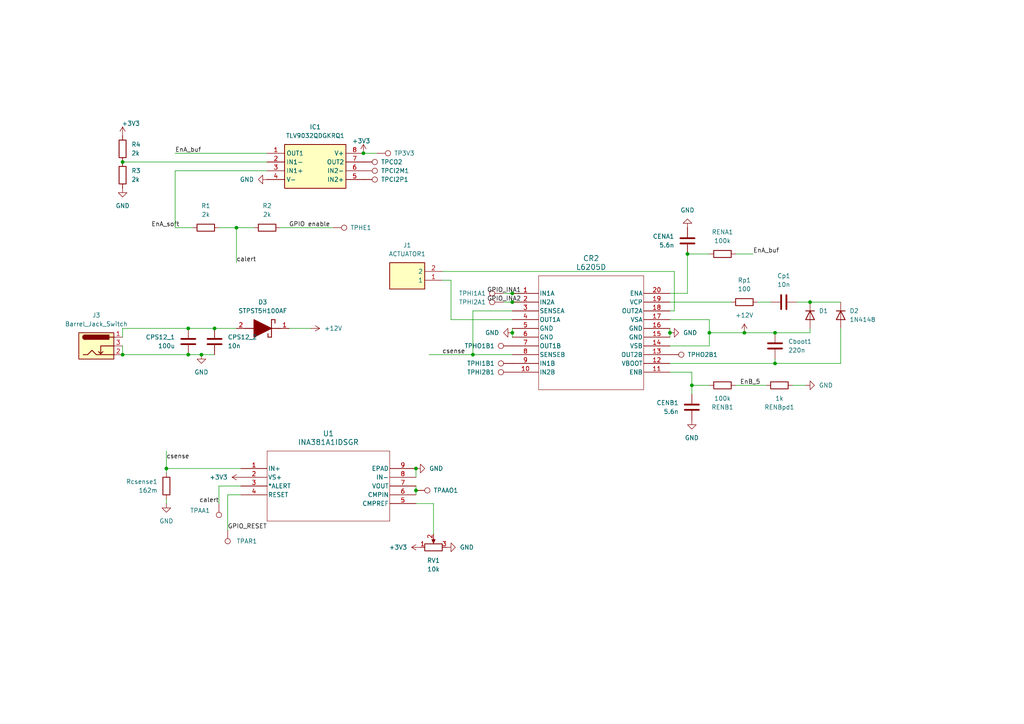
<source format=kicad_sch>
(kicad_sch (version 20231120) (generator "eeschema") (generator_version "8.0")
  (paper "A4")
  (lib_symbols
    (symbol "Connector:Barrel_Jack_Switch" (pin_names hide)
      (property "Reference" "J" (at 0 5.334 0))
      (property "Value" "Barrel_Jack_Switch" (at 0 -5.08 0))
      (symbol "Barrel_Jack_Switch_0_1"
        (rectangle (start -5.08 3.81) (end 5.08 -3.81) (stroke (width 0.254)) (fill (type background)))
        (arc (start -3.302 3.175) (mid -3.9343 2.54) (end -3.302 1.905) (stroke (width 0.254)))
        (arc (start -3.302 3.175) (mid -3.9343 2.54) (end -3.302 1.905) (stroke (width 0.254)) (fill (type outline)))
        (polyline (pts (xy 1.27 -2.286) (xy 1.905 -1.651)) (stroke (width 0.254)))
        (polyline (pts (xy 5.08 2.54) (xy 3.81 2.54)) (stroke (width 0.254)))
        (polyline (pts (xy 5.08 0) (xy 1.27 0) (xy 1.27 -2.286) (xy 0.635 -1.651)) (stroke (width 0.254)))
        (polyline (pts (xy -3.81 -2.54) (xy -2.54 -2.54) (xy -1.27 -1.27) (xy 0 -2.54) (xy 2.54 -2.54) (xy 5.08 -2.54)) (stroke (width 0.254)))
        (rectangle (start 3.683 3.175) (end -3.302 1.905) (stroke (width 0.254)) (fill (type outline)))
      )
      (symbol "Barrel_Jack_Switch_1_1"
        (pin passive line (at 7.62 2.54 180) (length 2.54) (name "~") (number "1"))
        (pin passive line (at 7.62 -2.54 180) (length 2.54) (name "~") (number "2"))
        (pin passive line (at 7.62 0 180) (length 2.54) (name "~") (number "3"))
      )
    )
    (symbol "Connector:TestPoint" (pin_numbers hide) (pin_names (offset 0.762) hide)
      (property "Reference" "TP" (at 0 6.858 0))
      (property "Value" "TestPoint" (at 0 5.08 0))
      (symbol "TestPoint_0_1"
        (circle (center 0 3.302) (radius 0.762))
      )
      (symbol "TestPoint_1_1"
        (pin passive line (at 0 0 90) (length 2.54) (name "1") (number "1"))
      )
    )
    (symbol "Device:C" (pin_numbers hide) (pin_names (offset 0.254))
      (property "Reference" "C" (at 0.635 2.54 0))
      (property "Value" "C" (at 0.635 -2.54 0))
      (symbol "C_0_1"
        (polyline (pts (xy -2.032 -0.762) (xy 2.032 -0.762)) (stroke (width 0.508)))
        (polyline (pts (xy -2.032 0.762) (xy 2.032 0.762)) (stroke (width 0.508)))
      )
      (symbol "C_1_1"
        (pin passive line (at 0 3.81 270) (length 2.794) (name "~") (number "1"))
        (pin passive line (at 0 -3.81 90) (length 2.794) (name "~") (number "2"))
      )
    )
    (symbol "Device:R" (pin_numbers hide) (pin_names (offset 0))
      (property "Reference" "R" (at 2.032 0 90))
      (property "Value" "R" (at 0 0 90))
      (symbol "R_0_1"
        (rectangle (start -1.016 -2.54) (end 1.016 2.54) (stroke (width 0.254)))
      )
      (symbol "R_1_1"
        (pin passive line (at 0 3.81 270) (length 1.27) (name "~") (number "1"))
        (pin passive line (at 0 -3.81 90) (length 1.27) (name "~") (number "2"))
      )
    )
    (symbol "Device:R_Potentiometer" (pin_names (offset 1.016) hide)
      (property "Reference" "RV" (at -4.445 0 90))
      (property "Value" "R_Potentiometer" (at -2.54 0 90))
      (symbol "R_Potentiometer_0_1"
        (polyline (pts (xy 2.54 0) (xy 1.524 0)))
        (polyline (pts (xy 1.143 0) (xy 2.286 0.508) (xy 2.286 -0.508) (xy 1.143 0)) (fill (type outline)))
        (rectangle (start 1.016 2.54) (end -1.016 -2.54) (stroke (width 0.254)))
      )
      (symbol "R_Potentiometer_1_1"
        (pin passive line (at 0 3.81 270) (length 1.27) (name "1") (number "1"))
        (pin passive line (at 3.81 0 180) (length 1.27) (name "2") (number "2"))
        (pin passive line (at 0 -3.81 90) (length 1.27) (name "3") (number "3"))
      )
    )
    (symbol "Diode:1N4148" (pin_numbers hide) (pin_names hide)
      (property "Reference" "D" (at 0 2.54 0))
      (property "Value" "1N4148" (at 0 -2.54 0))
      (symbol "1N4148_0_1"
        (polyline (pts (xy -1.27 1.27) (xy -1.27 -1.27)) (stroke (width 0.254)))
        (polyline (pts (xy 1.27 0) (xy -1.27 0)))
        (polyline (pts (xy 1.27 1.27) (xy 1.27 -1.27) (xy -1.27 0) (xy 1.27 1.27)) (stroke (width 0.254)))
      )
      (symbol "1N4148_1_1"
        (pin passive line (at -3.81 0 0) (length 2.54) (name "K") (number "1"))
        (pin passive line (at 3.81 0 180) (length 2.54) (name "A") (number "2"))
      )
    )
    (symbol "INA381A1IDSGR:INA381A1IDSGR" (pin_names (offset 0.254))
      (property "Reference" "U" (at 25.4 10.16 0))
      (property "Value" "INA381A1IDSGR" (at 25.4 7.62 0))
      (symbol "INA381A1IDSGR_1_1"
        (polyline (pts (xy 7.62 -15.24) (xy 43.18 -15.24)) (stroke (width 0.127)))
        (polyline (pts (xy 7.62 5.08) (xy 7.62 -15.24)) (stroke (width 0.127)))
        (polyline (pts (xy 43.18 -15.24) (xy 43.18 5.08)) (stroke (width 0.127)))
        (polyline (pts (xy 43.18 5.08) (xy 7.62 5.08)) (stroke (width 0.127)))
        (pin input line (at 0 0 0) (length 7.62) (name "IN+") (number "1"))
        (pin power_in line (at 0 -2.54 0) (length 7.62) (name "VS+") (number "2"))
        (pin output line (at 0 -5.08 0) (length 7.62) (name "*ALERT") (number "3"))
        (pin input line (at 0 -7.62 0) (length 7.62) (name "RESET") (number "4"))
        (pin input line (at 50.8 -10.16 180) (length 7.62) (name "CMPREF") (number "5"))
        (pin input line (at 50.8 -7.62 180) (length 7.62) (name "CMPIN") (number "6"))
        (pin output line (at 50.8 -5.08 180) (length 7.62) (name "VOUT") (number "7"))
        (pin input line (at 50.8 -2.54 180) (length 7.62) (name "IN-") (number "8"))
        (pin unspecified line (at 50.8 0 180) (length 7.62) (name "EPAD") (number "9"))
      )
    )
    (symbol "RE-H022TD-1190_LF__SN_:RE-H022TD-1190_LF__SN_"
      (property "Reference" "J" (at 16.51 7.62 0))
      (property "Value" "RE-H022TD-1190_LF__SN_" (at 16.51 5.08 0))
      (symbol "RE-H022TD-1190_LF__SN__1_1"
        (rectangle (start 5.08 2.54) (end 15.24 -5.08) (stroke (width 0.254)) (fill (type background)))
        (pin passive line (at 0 0 0) (length 5.08) (name "1") (number "1"))
        (pin passive line (at 0 -2.54 0) (length 5.08) (name "2") (number "2"))
      )
    )
    (symbol "STPST5H100AF:STPST5H100AF" (pin_names hide)
      (property "Reference" "D" (at 12.7 8.89 0))
      (property "Value" "STPST5H100AF" (at 12.7 6.35 0))
      (symbol "STPST5H100AF_1_1"
        (polyline (pts (xy 5.08 0) (xy 7.62 0)) (stroke (width 0.254)))
        (polyline (pts (xy 6.604 -1.524) (xy 6.604 -2.54)) (stroke (width 0.254)))
        (polyline (pts (xy 7.62 -2.54) (xy 6.604 -2.54)) (stroke (width 0.254)))
        (polyline (pts (xy 7.62 2.54) (xy 7.62 -2.54)) (stroke (width 0.254)))
        (polyline (pts (xy 7.62 2.54) (xy 8.636 2.54)) (stroke (width 0.254)))
        (polyline (pts (xy 8.636 1.524) (xy 8.636 2.54)) (stroke (width 0.254)))
        (polyline (pts (xy 12.7 0) (xy 15.24 0)) (stroke (width 0.254)))
        (polyline (pts (xy 7.62 0) (xy 12.7 2.54) (xy 12.7 -2.54) (xy 7.62 0)) (stroke (width 0.254)) (fill (type outline)))
        (pin passive line (at 2.54 0 0) (length 2.54) (name "K") (number "1"))
        (pin passive line (at 17.78 0 180) (length 2.54) (name "A") (number "2"))
      )
    )
    (symbol "ST_L6205D:L6205D" (pin_names (offset 0.254))
      (property "Reference" "CR" (at 22.86 10.16 0))
      (property "Value" "L6205D" (at 22.86 7.62 0))
      (symbol "L6205D_1_1"
        (polyline (pts (xy 7.62 -27.94) (xy 38.1 -27.94)) (stroke (width 0.127)))
        (polyline (pts (xy 7.62 5.08) (xy 7.62 -27.94)) (stroke (width 0.127)))
        (polyline (pts (xy 38.1 -27.94) (xy 38.1 5.08)) (stroke (width 0.127)))
        (polyline (pts (xy 38.1 5.08) (xy 7.62 5.08)) (stroke (width 0.127)))
        (pin input line (at 0 0 0) (length 7.62) (name "IN1A") (number "1"))
        (pin input line (at 0 -22.86 0) (length 7.62) (name "IN2B") (number "10"))
        (pin input line (at 45.72 -22.86 180) (length 7.62) (name "ENB") (number "11"))
        (pin power_in line (at 45.72 -20.32 180) (length 7.62) (name "VBOOT") (number "12"))
        (pin output line (at 45.72 -17.78 180) (length 7.62) (name "OUT2B") (number "13"))
        (pin power_in line (at 45.72 -15.24 180) (length 7.62) (name "VSB") (number "14"))
        (pin power_out line (at 45.72 -12.7 180) (length 7.62) (name "GND") (number "15"))
        (pin power_out line (at 45.72 -10.16 180) (length 7.62) (name "GND") (number "16"))
        (pin power_in line (at 45.72 -7.62 180) (length 7.62) (name "VSA") (number "17"))
        (pin output line (at 45.72 -5.08 180) (length 7.62) (name "OUT2A") (number "18"))
        (pin power_in line (at 45.72 -2.54 180) (length 7.62) (name "VCP") (number "19"))
        (pin input line (at 0 -2.54 0) (length 7.62) (name "IN2A") (number "2"))
        (pin input line (at 45.72 0 180) (length 7.62) (name "ENA") (number "20"))
        (pin power_in line (at 0 -5.08 0) (length 7.62) (name "SENSEA") (number "3"))
        (pin output line (at 0 -7.62 0) (length 7.62) (name "OUT1A") (number "4"))
        (pin power_out line (at 0 -10.16 0) (length 7.62) (name "GND") (number "5"))
        (pin power_out line (at 0 -12.7 0) (length 7.62) (name "GND") (number "6"))
        (pin output line (at 0 -15.24 0) (length 7.62) (name "OUT1B") (number "7"))
        (pin input line (at 0 -17.78 0) (length 7.62) (name "SENSEB") (number "8"))
        (pin input line (at 0 -20.32 0) (length 7.62) (name "IN1B") (number "9"))
      )
    )
    (symbol "TLV9032QDGKRQ1:TLV9032QDGKRQ1"
      (property "Reference" "IC" (at 24.13 7.62 0))
      (property "Value" "TLV9032QDGKRQ1" (at 24.13 5.08 0))
      (symbol "TLV9032QDGKRQ1_1_1"
        (rectangle (start 5.08 2.54) (end 22.86 -10.16) (stroke (width 0.254)) (fill (type background)))
        (pin passive line (at 0 0 0) (length 5.08) (name "OUT1") (number "1"))
        (pin passive line (at 0 -2.54 0) (length 5.08) (name "IN1-") (number "2"))
        (pin passive line (at 0 -5.08 0) (length 5.08) (name "IN1+") (number "3"))
        (pin passive line (at 0 -7.62 0) (length 5.08) (name "V-") (number "4"))
        (pin passive line (at 27.94 -7.62 180) (length 5.08) (name "IN2+") (number "5"))
        (pin passive line (at 27.94 -5.08 180) (length 5.08) (name "IN2-") (number "6"))
        (pin passive line (at 27.94 -2.54 180) (length 5.08) (name "OUT2") (number "7"))
        (pin passive line (at 27.94 0 180) (length 5.08) (name "V+") (number "8"))
      )
    )
    (symbol "power:+12V" (power) (pin_numbers hide) (pin_names (offset 0) hide)
      (property "Value" "+12V" (at 0 3.556 0))
      (symbol "+12V_0_1"
        (polyline (pts (xy -0.762 1.27) (xy 0 2.54)))
        (polyline (pts (xy 0 0) (xy 0 2.54)))
        (polyline (pts (xy 0 2.54) (xy 0.762 1.27)))
      )
      (symbol "+12V_1_1"
        (pin power_in line (at 0 0 90) (length 0) (name "~") (number "1"))
      )
    )
    (symbol "power:+3V3" (power) (pin_numbers hide) (pin_names (offset 0) hide)
      (property "Value" "+3V3" (at 0 3.556 0))
      (symbol "+3V3_0_1"
        (polyline (pts (xy -0.762 1.27) (xy 0 2.54)))
        (polyline (pts (xy 0 0) (xy 0 2.54)))
        (polyline (pts (xy 0 2.54) (xy 0.762 1.27)))
      )
      (symbol "+3V3_1_1"
        (pin power_in line (at 0 0 90) (length 0) (name "~") (number "1"))
      )
    )
    (symbol "power:GND" (power) (pin_numbers hide) (pin_names (offset 0) hide)
      (property "Value" "GND" (at 0 -3.81 0))
      (symbol "GND_0_1"
        (polyline (pts (xy 0 0) (xy 0 -1.27) (xy 1.27 -1.27) (xy 0 -2.54) (xy -1.27 -1.27) (xy 0 -1.27)))
      )
      (symbol "GND_1_1"
        (pin power_in line (at 0 0 270) (length 0) (name "~") (number "1"))
      )
    )
  )
  (junction (at 137.16 102.87))
  (junction (at 200.66 111.76))
  (junction (at 148.59 85.09))
  (junction (at 48.26 135.89))
  (junction (at 224.79 105.41))
  (junction (at 120.65 142.24))
  (junction (at 54.61 102.87))
  (junction (at 205.74 96.52))
  (junction (at 120.65 135.89))
  (junction (at 35.56 46.99))
  (junction (at 199.39 73.66))
  (junction (at 54.61 95.25))
  (junction (at 62.23 95.25))
  (junction (at 215.9 96.52))
  (junction (at 68.58 66.04))
  (junction (at 148.59 96.52))
  (junction (at 58.42 102.87))
  (junction (at 105.41 44.45))
  (junction (at 148.59 87.63))
  (junction (at 35.56 102.87))
  (junction (at 224.79 96.52))
  (junction (at 194.31 96.52))
  (junction (at 234.95 87.63))
  (wire (pts (xy 199.39 85.09) (xy 199.39 73.66)))
  (wire (pts (xy 151.13 85.09) (xy 148.59 85.09)))
  (wire (pts (xy 200.66 107.95) (xy 200.66 111.76)))
  (wire (pts (xy 199.39 73.66) (xy 205.74 73.66)))
  (wire (pts (xy 124.46 102.87) (xy 137.16 102.87)))
  (wire (pts (xy 130.81 92.71) (xy 130.81 81.28)))
  (wire (pts (xy 68.58 66.04) (xy 73.66 66.04)))
  (wire (pts (xy 148.59 102.87) (xy 137.16 102.87)))
  (wire (pts (xy 224.79 96.52) (xy 234.95 96.52)))
  (wire (pts (xy 120.65 140.97) (xy 120.65 142.24)))
  (wire (pts (xy 35.56 46.99) (xy 77.47 46.99)))
  (wire (pts (xy 224.79 105.41) (xy 224.79 104.14)))
  (wire (pts (xy 213.36 73.66) (xy 218.44 73.66)))
  (wire (pts (xy 35.56 95.25) (xy 54.61 95.25)))
  (wire (pts (xy 68.58 66.04) (xy 68.58 76.2)))
  (wire (pts (xy 195.58 90.17) (xy 194.31 90.17)))
  (wire (pts (xy 120.65 146.05) (xy 125.73 146.05)))
  (wire (pts (xy 50.8 66.04) (xy 55.88 66.04)))
  (wire (pts (xy 194.31 107.95) (xy 200.66 107.95)))
  (wire (pts (xy 130.81 81.28) (xy 128.27 81.28)))
  (wire (pts (xy 213.36 111.76) (xy 222.25 111.76)))
  (wire (pts (xy 194.31 85.09) (xy 199.39 85.09)))
  (wire (pts (xy 215.9 96.52) (xy 224.79 96.52)))
  (wire (pts (xy 243.84 95.25) (xy 243.84 105.41)))
  (wire (pts (xy 120.65 142.24) (xy 120.65 143.51)))
  (wire (pts (xy 48.26 135.89) (xy 69.85 135.89)))
  (wire (pts (xy 35.56 102.87) (xy 54.61 102.87)))
  (wire (pts (xy 195.58 78.74) (xy 195.58 90.17)))
  (wire (pts (xy 83.82 95.25) (xy 90.17 95.25)))
  (wire (pts (xy 58.42 102.87) (xy 62.23 102.87)))
  (wire (pts (xy 128.27 78.74) (xy 195.58 78.74)))
  (wire (pts (xy 148.59 87.63) (xy 146.05 87.63)))
  (wire (pts (xy 148.59 95.25) (xy 148.59 96.52)))
  (wire (pts (xy 200.66 114.3) (xy 200.66 111.76)))
  (wire (pts (xy 54.61 95.25) (xy 62.23 95.25)))
  (wire (pts (xy 105.41 44.45) (xy 109.22 44.45)))
  (wire (pts (xy 120.65 135.89) (xy 120.65 138.43)))
  (wire (pts (xy 229.87 111.76) (xy 233.68 111.76)))
  (wire (pts (xy 63.5 66.04) (xy 68.58 66.04)))
  (wire (pts (xy 81.28 66.04) (xy 96.52 66.04)))
  (wire (pts (xy 219.71 87.63) (xy 223.52 87.63)))
  (wire (pts (xy 130.81 92.71) (xy 148.59 92.71)))
  (wire (pts (xy 205.74 96.52) (xy 215.9 96.52)))
  (wire (pts (xy 48.26 135.89) (xy 48.26 137.16)))
  (wire (pts (xy 200.66 111.76) (xy 205.74 111.76)))
  (wire (pts (xy 194.31 95.25) (xy 194.31 96.52)))
  (wire (pts (xy 205.74 96.52) (xy 205.74 100.33)))
  (wire (pts (xy 62.23 95.25) (xy 68.58 95.25)))
  (wire (pts (xy 224.79 105.41) (xy 243.84 105.41)))
  (wire (pts (xy 148.59 96.52) (xy 148.59 97.79)))
  (wire (pts (xy 66.04 143.51) (xy 69.85 143.51)))
  (wire (pts (xy 151.13 87.63) (xy 148.59 87.63)))
  (wire (pts (xy 125.73 146.05) (xy 125.73 154.94)))
  (wire (pts (xy 205.74 92.71) (xy 205.74 96.52)))
  (wire (pts (xy 35.56 100.33) (xy 35.56 102.87)))
  (wire (pts (xy 35.56 97.79) (xy 35.56 95.25)))
  (wire (pts (xy 234.95 87.63) (xy 243.84 87.63)))
  (wire (pts (xy 234.95 95.25) (xy 234.95 96.52)))
  (wire (pts (xy 137.16 90.17) (xy 137.16 102.87)))
  (wire (pts (xy 50.8 44.45) (xy 77.47 44.45)))
  (wire (pts (xy 194.31 100.33) (xy 205.74 100.33)))
  (wire (pts (xy 194.31 87.63) (xy 212.09 87.63)))
  (wire (pts (xy 69.85 140.97) (xy 63.5 140.97)))
  (wire (pts (xy 66.04 143.51) (xy 66.04 153.67)))
  (wire (pts (xy 63.5 140.97) (xy 63.5 146.05)))
  (wire (pts (xy 194.31 105.41) (xy 224.79 105.41)))
  (wire (pts (xy 50.8 66.04) (xy 50.8 49.53)))
  (wire (pts (xy 48.26 146.05) (xy 48.26 144.78)))
  (wire (pts (xy 231.14 87.63) (xy 234.95 87.63)))
  (wire (pts (xy 137.16 90.17) (xy 148.59 90.17)))
  (wire (pts (xy 50.8 49.53) (xy 77.47 49.53)))
  (wire (pts (xy 54.61 102.87) (xy 58.42 102.87)))
  (wire (pts (xy 48.26 130.81) (xy 48.26 135.89)))
  (wire (pts (xy 194.31 96.52) (xy 194.31 97.79)))
  (wire (pts (xy 148.59 85.09) (xy 146.05 85.09)))
  (wire (pts (xy 194.31 92.71) (xy 205.74 92.71)))
  (label "GPIO_INA2" (at 151.13 87.63 180))
  (label "csense" (at 128.27 102.87 0))
  (label "calert" (at 68.58 76.2 0))
  (label "GPIO_INA1" (at 151.13 85.09 180))
  (label "calert" (at 63.5 146.05 180))
  (label "EnA_buf" (at 50.8 44.45 0))
  (label "EnB_5" (at 214.63 111.76 0))
  (label "EnA_soft" (at 52.07 66.04 180))
  (label "GPIO enable" (at 83.82 66.04 0))
  (label "csense" (at 48.26 133.35 0))
  (label "GPIO_RESET" (at 66.04 153.67 0))
  (label "EnA_buf" (at 218.44 73.66 0))
  (symbol (lib_id "RE-H022TD-1190_LF__SN_:RE-H022TD-1190_LF__SN_") (at 128.27 81.28 180) (unit 1)
    (property "Reference" "J1" (at 118.11 71.12 0))
    (property "Value" "ACTUATOR1" (at 118.11 73.66 0))
    (property "Footprint" "RE-H022TD-1190_LF__SN_:REH022TD1190LFSN" (effects (hide yes)))
    (property "Datasheet" "http://www.jst.fr/core/file.get?path=doc/jst/family/pdf/eRE.pdf" (effects (hide yes)))
    (property "Description" "Wire-to-board connector, 2 position" (effects (hide yes)))
    (property "Height" "8.54" (effects (hide yes)))
    (property "Arrow Part Number" "RE-H022TD-1190(LF)(SN)" (effects (hide yes)))
    (property "Manufacturer_Name" "JST (JAPAN SOLDERLESS TERMINALS)" (effects (hide yes)))
    (property "Manufacturer_Part_Number" "RE-H022TD-1190(LF)(SN)" (effects (hide yes)))
  )
  (symbol (lib_id "power:GND") (at 129.54 158.75 90) (unit 1)
    (property "Reference" "#PWR014" (effects (hide yes)))
    (property "Value" "GND" (at 133.35 158.7499 90) (effects (justify right)))
    (property "Description" "Power symbol creates a global label with name \"GND\" , ground" (effects (hide yes)))
  )
  (symbol (lib_id "power:GND") (at 199.39 66.04 0) (mirror x) (unit 1)
    (property "Reference" "#PWR02" (effects (hide yes)))
    (property "Value" "GND" (at 199.39 60.96 0))
    (property "Description" "Power symbol creates a global label with name \"GND\" , ground" (effects (hide yes)))
  )
  (symbol (lib_id "Connector:TestPoint") (at 148.59 100.33 90) (unit 1)
    (property "Reference" "TPHO1B1" (at 143.51 100.33 90) (effects (justify left)))
    (property "Value" "TestPoint" (effects (hide yes)))
    (property "Footprint" "TestPoint:TestPoint_Pad_D2.0mm" (effects (hide yes)))
    (property "Description" "test point" (effects (hide yes)))
  )
  (symbol (lib_id "power:+3V3") (at 35.56 39.37 0) (unit 1)
    (property "Reference" "#PWR012" (effects (hide yes)))
    (property "Value" "+3V3" (at 35.306 35.814 0) (effects (justify left)))
    (property "Description" "Power symbol creates a global label with name \"+3V3\"" (effects (hide yes)))
  )
  (symbol (lib_id "TLV9032QDGKRQ1:TLV9032QDGKRQ1") (at 77.47 44.45 0) (unit 1)
    (property "Reference" "IC1" (at 91.44 36.83 0))
    (property "Value" "TLV9032QDGKRQ1" (at 91.44 39.37 0))
    (property "Footprint" "SOP65P490X110-8N" (effects (hide yes)))
    (property "Datasheet" "https://www.arrow.com/en/products/tlv9032qdgkrq1/texas-instruments?region=nac" (effects (hide yes)))
    (property "Description" "Analog Comparators Automotive, 1.65-V to 5.5-V, precision dual push-pull comparator" (effects (hide yes)))
    (property "Height" "1.1" (effects (hide yes)))
    (property "Mouser Part Number" "595-TLV9032QDGKRQ1" (effects (hide yes)))
    (property "Mouser Price/Stock" "https://www.mouser.co.uk/ProductDetail/Texas-Instruments/TLV9032QDGKRQ1?qs=Li%252BoUPsLEnv405jiJAavyg%3D%3D" (effects (hide yes)))
    (property "Manufacturer_Name" "Texas Instruments" (effects (hide yes)))
    (property "Manufacturer_Part_Number" "TLV9032QDGKRQ1" (effects (hide yes)))
  )
  (symbol (lib_id "Device:C") (at 227.33 87.63 90) (unit 1)
    (property "Reference" "Cp1" (at 227.33 80.01 90))
    (property "Value" "10n" (at 227.33 82.55 90))
    (property "Footprint" "Capacitor_SMD:C_0603_1608Metric_Pad1.08x0.95mm_HandSolder" (effects (hide yes)))
    (property "Description" "Unpolarized capacitor" (effects (hide yes)))
  )
  (symbol (lib_id "Diode:1N4148") (at 243.84 91.44 270) (unit 1)
    (property "Reference" "D2" (at 246.38 90.1699 90) (effects (justify left)))
    (property "Value" "1N4148" (at 246.38 92.7099 90) (effects (justify left)))
    (property "Footprint" "Diode_THT:D_DO-35_SOD27_P7.62mm_Horizontal" (effects (hide yes)))
    (property "Datasheet" "https://assets.nexperia.com/documents/data-sheet/1N4148_1N4448.pdf" (effects (hide yes)))
    (property "Description" "100V 0.15A standard switching diode, DO-35" (effects (hide yes)))
    (property "Sim.Device" "D" (effects (hide yes)))
    (property "Sim.Pins" "1=K 2=A" (effects (hide yes)))
  )
  (symbol (lib_id "Device:R") (at 35.56 50.8 180) (unit 1)
    (property "Reference" "R3" (at 38.1 49.5299 0) (effects (justify right)))
    (property "Value" "2k" (at 38.1 52.0699 0) (effects (justify right)))
    (property "Footprint" "Resistor_THT:R_Axial_DIN0207_L6.3mm_D2.5mm_P7.62mm_Horizontal" (effects (hide yes)))
    (property "Description" "Resistor" (effects (hide yes)))
  )
  (symbol (lib_id "Connector:Barrel_Jack_Switch") (at 27.94 100.33 0) (unit 1)
    (property "Reference" "J3" (at 27.94 91.44 0))
    (property "Value" "Barrel_Jack_Switch" (at 27.94 93.98 0))
    (property "Footprint" "PJ-079BH:CUI_PJ-079BH" (effects (hide yes)))
    (property "Description" "DC Barrel Jack with an internal switch" (effects (hide yes)))
  )
  (symbol (lib_id "power:GND") (at 58.42 102.87 0) (unit 1)
    (property "Reference" "#PWR016" (effects (hide yes)))
    (property "Value" "GND" (at 58.42 107.95 0))
    (property "Description" "Power symbol creates a global label with name \"GND\" , ground" (effects (hide yes)))
  )
  (symbol (lib_id "Device:R") (at 59.69 66.04 90) (unit 1)
    (property "Reference" "R1" (at 59.69 59.69 90))
    (property "Value" "2k" (at 59.69 62.23 90))
    (property "Footprint" "Resistor_THT:R_Axial_DIN0207_L6.3mm_D2.5mm_P7.62mm_Horizontal" (effects (hide yes)))
    (property "Description" "Resistor" (effects (hide yes)))
  )
  (symbol (lib_id "power:+12V") (at 215.9 96.52 0) (unit 1)
    (property "Reference" "#PWR04" (effects (hide yes)))
    (property "Value" "+12V" (at 215.9 91.44 0))
    (property "Description" "Power symbol creates a global label with name \"+12V\"" (effects (hide yes)))
  )
  (symbol (lib_id "power:GND") (at 148.59 96.52 270) (unit 1)
    (property "Reference" "#PWR06" (effects (hide yes)))
    (property "Value" "GND" (at 144.78 96.5199 90) (effects (justify right)))
    (property "Description" "Power symbol creates a global label with name \"GND\" , ground" (effects (hide yes)))
  )
  (symbol (lib_id "power:GND") (at 194.31 96.52 90) (unit 1)
    (property "Reference" "#PWR07" (effects (hide yes)))
    (property "Value" "GND" (at 198.12 96.5199 90) (effects (justify right)))
    (property "Description" "Power symbol creates a global label with name \"GND\" , ground" (effects (hide yes)))
  )
  (symbol (lib_id "Device:R") (at 209.55 111.76 90) (mirror x) (unit 1)
    (property "Reference" "RENB1" (at 209.55 118.11 90))
    (property "Value" "100k" (at 209.55 115.57 90))
    (property "Footprint" "Resistor_SMD:R_1206_3216Metric_Pad1.30x1.75mm_HandSolder" (effects (hide yes)))
    (property "Description" "Resistor" (effects (hide yes)))
  )
  (symbol (lib_id "Connector:TestPoint") (at 63.5 146.05 0) (mirror x) (unit 1)
    (property "Reference" "TPAA1" (at 60.96 148.0819 0) (effects (justify right)))
    (property "Value" "TestPoint" (effects (hide yes)))
    (property "Footprint" "TestPoint:TestPoint_Pad_D2.0mm" (effects (hide yes)))
    (property "Description" "test point" (effects (hide yes)))
  )
  (symbol (lib_id "Device:C") (at 62.23 99.06 0) (unit 1)
    (property "Reference" "CPS12_2" (at 66.04 97.7899 0) (effects (justify left)))
    (property "Value" "10n" (at 66.04 100.3299 0) (effects (justify left)))
    (property "Footprint" "Capacitor_SMD:C_1206_3216Metric_Pad1.33x1.80mm_HandSolder" (effects (hide yes)))
    (property "Description" "Unpolarized capacitor" (effects (hide yes)))
  )
  (symbol (lib_id "Connector:TestPoint") (at 146.05 87.63 90) (mirror x) (unit 1)
    (property "Reference" "TPHI2A1" (at 140.97 87.63 90) (effects (justify left)))
    (property "Value" "TestPoint" (effects (hide yes)))
    (property "Footprint" "TestPoint:TestPoint_Pad_D2.0mm" (effects (hide yes)))
    (property "Description" "test point" (effects (hide yes)))
  )
  (symbol (lib_id "power:GND") (at 77.47 52.07 270) (unit 1)
    (property "Reference" "#PWR018" (effects (hide yes)))
    (property "Value" "GND" (at 73.66 52.0699 90) (effects (justify right)))
    (property "Description" "Power symbol creates a global label with name \"GND\" , ground" (effects (hide yes)))
  )
  (symbol (lib_id "Device:C") (at 54.61 99.06 0) (mirror y) (unit 1)
    (property "Reference" "CPS12_1" (at 50.8 97.7899 0) (effects (justify left)))
    (property "Value" "100u" (at 50.8 100.3299 0) (effects (justify left)))
    (property "Footprint" "Capacitor_SMD:CP_Elec_8x10" (effects (hide yes)))
    (property "Description" "Unpolarized capacitor" (effects (hide yes)))
  )
  (symbol (lib_id "power:+3V3") (at 121.92 158.75 90) (unit 1)
    (property "Reference" "#PWR015" (effects (hide yes)))
    (property "Value" "+3V3" (at 118.11 158.7499 90) (effects (justify left)))
    (property "Description" "Power symbol creates a global label with name \"+3V3\"" (effects (hide yes)))
  )
  (symbol (lib_id "power:+3V3") (at 105.41 44.45 0) (unit 1)
    (property "Reference" "#PWR03" (effects (hide yes)))
    (property "Value" "+3V3" (at 102.108 40.894 0) (effects (justify left)))
    (property "Description" "Power symbol creates a global label with name \"+3V3\"" (effects (hide yes)))
  )
  (symbol (lib_id "Device:R") (at 215.9 87.63 270) (unit 1)
    (property "Reference" "Rp1" (at 215.9 81.28 90))
    (property "Value" "100" (at 215.9 83.82 90))
    (property "Footprint" "Resistor_SMD:R_2010_5025Metric_Pad1.40x2.65mm_HandSolder" (effects (hide yes)))
    (property "Description" "Resistor" (effects (hide yes)))
  )
  (symbol (lib_id "Device:R") (at 48.26 140.97 0) (mirror y) (unit 1)
    (property "Reference" "Rcsense1" (at 45.72 139.6999 0) (effects (justify left)))
    (property "Value" "162m" (at 45.72 142.2399 0) (effects (justify left)))
    (property "Footprint" "Resistor_SMD:R_1210_3225Metric_Pad1.30x2.65mm_HandSolder" (effects (hide yes)))
    (property "Description" "Resistor" (effects (hide yes)))
  )
  (symbol (lib_id "Connector:TestPoint") (at 66.04 153.67 180) (unit 1)
    (property "Reference" "TPAR1" (at 68.58 156.9719 0) (effects (justify right)))
    (property "Value" "TestPoint" (effects (hide yes)))
    (property "Footprint" "TestPoint:TestPoint_Pad_D2.0mm" (effects (hide yes)))
    (property "Description" "test point" (effects (hide yes)))
  )
  (symbol (lib_id "power:+12V") (at 90.17 95.25 270) (unit 1)
    (property "Reference" "#PWR01" (effects (hide yes)))
    (property "Value" "+12V" (at 93.98 95.2499 90) (effects (justify left)))
    (property "Description" "Power symbol creates a global label with name \"+12V\"" (effects (hide yes)))
  )
  (symbol (lib_id "STPST5H100AF:STPST5H100AF") (at 86.36 95.25 180) (unit 1)
    (property "Reference" "D3" (at 76.2 87.63 0))
    (property "Value" "STPST5H100AF" (at 76.2 90.17 0))
    (property "Footprint" "STPST5H100AF:SODFL4724X103N" (effects (hide yes)))
    (property "Datasheet" "https://www.st.com/resource/en/datasheet/stpst5h100.pdf" (effects (hide yes)))
    (property "Description" "100 V, 5 A Power Schottky Trench Rectifier" (effects (hide yes)))
    (property "Height" "1.03" (effects (hide yes)))
    (property "Manufacturer_Name" "STMicroelectronics" (effects (hide yes)))
    (property "Manufacturer_Part_Number" "STPST5H100AF" (effects (hide yes)))
  )
  (symbol (lib_id "Connector:TestPoint") (at 146.05 85.09 90) (unit 1)
    (property "Reference" "TPHI1A1" (at 140.97 85.09 90) (effects (justify left)))
    (property "Value" "TestPoint" (effects (hide yes)))
    (property "Footprint" "TestPoint:TestPoint_Pad_D2.0mm" (effects (hide yes)))
    (property "Description" "test point" (effects (hide yes)))
  )
  (symbol (lib_id "Connector:TestPoint") (at 194.31 102.87 270) (unit 1)
    (property "Reference" "TPHO2B1" (at 199.39 102.87 90) (effects (justify left)))
    (property "Value" "TestPoint" (effects (hide yes)))
    (property "Footprint" "TestPoint:TestPoint_Pad_D2.0mm" (effects (hide yes)))
    (property "Description" "test point" (effects (hide yes)))
  )
  (symbol (lib_id "Connector:TestPoint") (at 105.41 52.07 270) (unit 1)
    (property "Reference" "TPCI2P1" (at 110.49 52.07 90) (effects (justify left)))
    (property "Value" "TestPoint" (effects (hide yes)))
    (property "Footprint" "TestPoint:TestPoint_Pad_D2.0mm" (effects (hide yes)))
    (property "Description" "test point" (effects (hide yes)))
  )
  (symbol (lib_id "power:GND") (at 200.66 121.92 0) (unit 1)
    (property "Reference" "#PWR08" (effects (hide yes)))
    (property "Value" "GND" (at 200.66 127 0))
    (property "Description" "Power symbol creates a global label with name \"GND\" , ground" (effects (hide yes)))
  )
  (symbol (lib_id "Connector:TestPoint") (at 96.52 66.04 270) (unit 1)
    (property "Reference" "TPHE1" (at 101.6 66.04 90) (effects (justify left)))
    (property "Value" "TestPoint" (effects (hide yes)))
    (property "Footprint" "TestPoint:TestPoint_Pad_D2.0mm" (effects (hide yes)))
    (property "Description" "test point" (effects (hide yes)))
  )
  (symbol (lib_id "Connector:TestPoint") (at 109.22 44.45 270) (unit 1)
    (property "Reference" "TP3V3" (at 114.3 44.45 90) (effects (justify left)))
    (property "Value" "TestPoint" (effects (hide yes)))
    (property "Footprint" "TestPoint:TestPoint_Pad_D2.0mm" (effects (hide yes)))
    (property "Description" "test point" (effects (hide yes)))
  )
  (symbol (lib_id "Device:R") (at 226.06 111.76 90) (mirror x) (unit 1)
    (property "Reference" "RENBpd1" (at 226.06 118.11 90))
    (property "Value" "1k" (at 226.06 115.57 90))
    (property "Footprint" "Resistor_THT:R_Axial_DIN0207_L6.3mm_D2.5mm_P7.62mm_Horizontal" (effects (hide yes)))
    (property "Description" "Resistor" (effects (hide yes)))
  )
  (symbol (lib_id "power:GND") (at 233.68 111.76 90) (unit 1)
    (property "Reference" "#PWR09" (effects (hide yes)))
    (property "Value" "GND" (at 237.49 111.7599 90) (effects (justify right)))
    (property "Description" "Power symbol creates a global label with name \"GND\" , ground" (effects (hide yes)))
  )
  (symbol (lib_id "power:+3V3") (at 69.85 138.43 90) (unit 1)
    (property "Reference" "#PWR013" (effects (hide yes)))
    (property "Value" "+3V3" (at 66.04 138.4299 90) (effects (justify left)))
    (property "Description" "Power symbol creates a global label with name \"+3V3\"" (effects (hide yes)))
  )
  (symbol (lib_id "Connector:TestPoint") (at 105.41 49.53 270) (unit 1)
    (property "Reference" "TPCI2M1" (at 110.49 49.53 90) (effects (justify left)))
    (property "Value" "TestPoint" (effects (hide yes)))
    (property "Footprint" "TestPoint:TestPoint_Pad_D2.0mm" (effects (hide yes)))
    (property "Description" "test point" (effects (hide yes)))
  )
  (symbol (lib_id "ST_L6205D:L6205D") (at 148.59 85.09 0) (unit 1)
    (property "Reference" "CR2" (at 171.45 74.93 0) (effects (font (size 1.524 1.524))))
    (property "Value" "L6205D" (at 171.45 77.47 0) (effects (font (size 1.524 1.524))))
    (property "Footprint" "L6205D:SO-20_STM" (effects (hide yes)))
    (property "Datasheet" "L6205D" (effects (hide yes)))
  )
  (symbol (lib_id "Device:C") (at 224.79 100.33 0) (unit 1)
    (property "Reference" "Cboot1" (at 228.6 99.0599 0) (effects (justify left)))
    (property "Value" "220n" (at 228.6 101.5999 0) (effects (justify left)))
    (property "Footprint" "Capacitor_SMD:C_0805_2012Metric_Pad1.18x1.45mm_HandSolder" (effects (hide yes)))
    (property "Description" "Unpolarized capacitor" (effects (hide yes)))
  )
  (symbol (lib_id "Diode:1N4148") (at 234.95 91.44 270) (unit 1)
    (property "Reference" "D1" (at 237.49 90.1699 90) (effects (justify left)))
    (property "Value" "1N4148" (effects (hide yes)))
    (property "Footprint" "Diode_THT:D_DO-35_SOD27_P7.62mm_Horizontal" (effects (hide yes)))
    (property "Datasheet" "https://assets.nexperia.com/documents/data-sheet/1N4148_1N4448.pdf" (effects (hide yes)))
    (property "Description" "100V 0.15A standard switching diode, DO-35" (effects (hide yes)))
    (property "Sim.Device" "D" (effects (hide yes)))
    (property "Sim.Pins" "1=K 2=A" (effects (hide yes)))
  )
  (symbol (lib_id "power:GND") (at 35.56 54.61 0) (unit 1)
    (property "Reference" "#PWR05" (effects (hide yes)))
    (property "Value" "GND" (at 35.56 59.69 0))
    (property "Description" "Power symbol creates a global label with name \"GND\" , ground" (effects (hide yes)))
  )
  (symbol (lib_id "Device:R") (at 209.55 73.66 90) (unit 1)
    (property "Reference" "RENA1" (at 209.55 67.31 90))
    (property "Value" "100k" (at 209.55 69.85 90))
    (property "Footprint" "Resistor_SMD:R_1206_3216Metric_Pad1.30x1.75mm_HandSolder" (effects (hide yes)))
    (property "Description" "Resistor" (effects (hide yes)))
  )
  (symbol (lib_id "Connector:TestPoint") (at 120.65 142.24 270) (unit 1)
    (property "Reference" "TPAAO1" (at 125.73 142.2399 90) (effects (justify left)))
    (property "Value" "TestPoint" (effects (hide yes)))
    (property "Footprint" "TestPoint:TestPoint_Pad_D2.0mm" (effects (hide yes)))
    (property "Description" "test point" (effects (hide yes)))
  )
  (symbol (lib_id "Connector:TestPoint") (at 148.59 105.41 90) (unit 1)
    (property "Reference" "TPHI1B1" (at 143.51 105.41 90) (effects (justify left)))
    (property "Value" "TestPoint" (effects (hide yes)))
    (property "Footprint" "TestPoint:TestPoint_Pad_D2.0mm" (effects (hide yes)))
    (property "Description" "test point" (effects (hide yes)))
  )
  (symbol (lib_id "Device:R_Potentiometer") (at 125.73 158.75 90) (unit 1)
    (property "Reference" "RV1" (at 125.73 162.56 90))
    (property "Value" "10k" (at 125.73 165.1 90))
    (property "Footprint" "CTSpotentiometer:CTSpot" (effects (hide yes)))
    (property "Description" "Potentiometer" (effects (hide yes)))
  )
  (symbol (lib_id "Device:R") (at 35.56 43.18 180) (unit 1)
    (property "Reference" "R4" (at 38.1 41.9099 0) (effects (justify right)))
    (property "Value" "2k" (at 38.1 44.4499 0) (effects (justify right)))
    (property "Footprint" "Resistor_THT:R_Axial_DIN0207_L6.3mm_D2.5mm_P7.62mm_Horizontal" (effects (hide yes)))
    (property "Description" "Resistor" (effects (hide yes)))
  )
  (symbol (lib_id "Device:C") (at 199.39 69.85 0) (mirror y) (unit 1)
    (property "Reference" "CENA1" (at 195.58 68.5799 0) (effects (justify left)))
    (property "Value" "5.6n" (at 195.58 71.1199 0) (effects (justify left)))
    (property "Footprint" "Capacitor_SMD:C_1206_3216Metric_Pad1.33x1.80mm_HandSolder" (effects (hide yes)))
    (property "Description" "Unpolarized capacitor" (effects (hide yes)))
  )
  (symbol (lib_id "Connector:TestPoint") (at 148.59 107.95 90) (unit 1)
    (property "Reference" "TPHI2B1" (at 143.51 107.95 90) (effects (justify left)))
    (property "Value" "TestPoint" (effects (hide yes)))
    (property "Footprint" "TestPoint:TestPoint_Pad_D2.0mm" (effects (hide yes)))
    (property "Description" "test point" (effects (hide yes)))
  )
  (symbol (lib_id "Connector:TestPoint") (at 105.41 46.99 270) (unit 1)
    (property "Reference" "TPCO2" (at 110.49 46.99 90) (effects (justify left)))
    (property "Value" "TestPoint" (effects (hide yes)))
    (property "Footprint" "TestPoint:TestPoint_Pad_D2.0mm" (effects (hide yes)))
    (property "Description" "test point" (effects (hide yes)))
  )
  (symbol (lib_id "INA381A1IDSGR:INA381A1IDSGR") (at 69.85 135.89 0) (unit 1)
    (property "Reference" "U1" (at 95.25 125.73 0) (effects (font (size 1.524 1.524))))
    (property "Value" "INA381A1IDSGR" (at 95.25 128.27 0) (effects (font (size 1.524 1.524))))
    (property "Footprint" "INA381A1IDSGR:DSG_8_TEX" (effects (hide yes)))
    (property "Datasheet" "INA381A1IDSGR" (effects (hide yes)))
  )
  (symbol (lib_id "power:GND") (at 48.26 146.05 0) (unit 1)
    (property "Reference" "#PWR010" (effects (hide yes)))
    (property "Value" "GND" (at 48.26 151.13 0))
    (property "Description" "Power symbol creates a global label with name \"GND\" , ground" (effects (hide yes)))
  )
  (symbol (lib_id "power:GND") (at 120.65 135.89 90) (unit 1)
    (property "Reference" "#PWR011" (effects (hide yes)))
    (property "Value" "GND" (at 124.46 135.8899 90) (effects (justify right)))
    (property "Description" "Power symbol creates a global label with name \"GND\" , ground" (effects (hide yes)))
  )
  (symbol (lib_id "Device:C") (at 200.66 118.11 0) (mirror y) (unit 1)
    (property "Reference" "CENB1" (at 196.85 116.8399 0) (effects (justify left)))
    (property "Value" "5.6n" (at 196.85 119.3799 0) (effects (justify left)))
    (property "Footprint" "Capacitor_SMD:C_1206_3216Metric_Pad1.33x1.80mm_HandSolder" (effects (hide yes)))
    (property "Description" "Unpolarized capacitor" (effects (hide yes)))
  )
  (symbol (lib_id "Device:R") (at 77.47 66.04 90) (unit 1)
    (property "Reference" "R2" (at 77.47 59.69 90))
    (property "Value" "2k" (at 77.47 62.23 90))
    (property "Footprint" "Resistor_THT:R_Axial_DIN0207_L6.3mm_D2.5mm_P7.62mm_Horizontal" (effects (hide yes)))
    (property "Description" "Resistor" (effects (hide yes)))
  )
)
</source>
